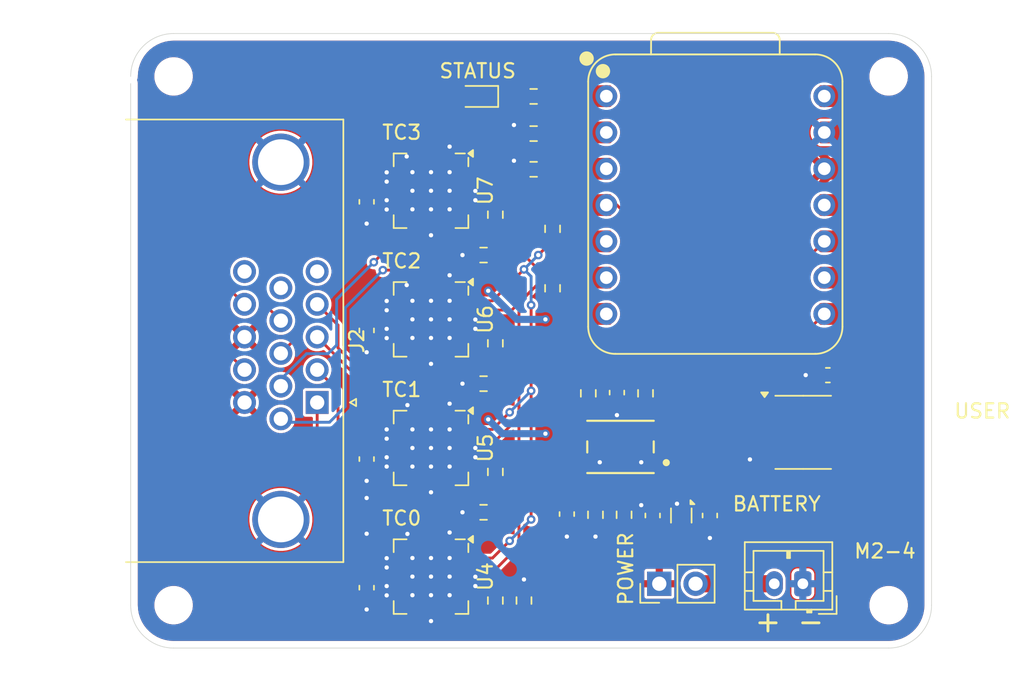
<source format=kicad_pcb>
(kicad_pcb (version 20241229) (generator "pcbnew") (generator_version "9.0")
  (layers (0 "F.Cu" signal) (2 "B.Cu" signal) (13 "F.Paste" user) (15 "B.Paste" user) (5 "F.SilkS" user "F.Silkscreen") (7 "B.SilkS" user "B.Silkscreen") (1 "F.Mask" user) (3 "B.Mask" user) (25 "Edge.Cuts" user))
  (net 0 "")
  (net 1 "Net-(BT1--)")
  (net 2 "GND")
  (net 3 "+3V3")
  (net 4 "/BATT_MEAS")
  (net 5 "+BATT")
  (net 6 "Net-(D1-K)")
  (net 7 "/TC2-")
  (net 8 "/TC1+")
  (net 9 "/NTC0-")
  (net 10 "/TC0-")
  (net 11 "/Thermocouple1/I2C_ADDR")
  (net 12 "/Thermocouple2/I2C_ADDR")
  (net 13 "/Thermocouple3/I2C_ADDR")
  (net 14 "/I2C_SCL")
  (net 15 "/I2C_SDA")
  (net 16 "/FLASH_DO")
  (net 17 "/FLASH_CS")
  (net 18 "/FLASH_DI")
  (net 19 "/FLASH_CLK")
  (net 20 "/Thermocouple1/ALERT_2")
  (net 21 "/Thermocouple1/ALERT_3")
  (net 22 "/Thermocouple1/ALERT_1")
  (net 23 "/Thermocouple1/ALERT_4")
  (net 24 "/Thermocouple2/ALERT_3")
  (net 25 "/Thermocouple2/ALERT_2")
  (net 26 "/Thermocouple2/ALERT_1")
  (net 27 "/Thermocouple2/ALERT_4")
  (net 28 "/Thermocouple3/ALERT_2")
  (net 29 "/Thermocouple3/ALERT_4")
  (net 30 "/Thermocouple3/ALERT_3")
  (net 31 "/Thermocouple3/ALERT_1")
  (net 32 "/TC3-")
  (net 33 "/TC0+")
  (net 34 "/Thermocouple0/I2C_ADDR")
  (net 37 "/Thermocouple0/ALERT_4")
  (net 38 "/Thermocouple0/ALERT_3")
  (net 39 "/Thermocouple0/ALERT_2")
  (net 40 "/Thermocouple0/ALERT_1")
  (net 41 "/BUTTON")
  (net 42 "/TC2+")
  (net 43 "/TC3+")
  (net 44 "/NTC1-")
  (net 45 "/TC1-")
  (net 46 "Net-(U1-GPIO2{slash}A0{slash}D0)")
  (net 50 "Net-(R17-Pad1)")
  (footprint "Capacitor_SMD:C_0603_1608Metric" (layer "F.Cu") (at 89.5 71.625 -90)
    (property "Reference" "C1" (hide yes))
    (property "Value" "1u")
  )
  (footprint "Capacitor_SMD:C_0603_1608Metric" (layer "F.Cu") (at 75.5 49.775 -90)
    (property "Reference" "C8" (hide yes))
    (property "Value" "1u")
  )
  (footprint "Connector_JST:JST_PH_B2B-PH-K_1x02_P2.00mm_Vertical" (layer "F.Cu") (at 106 76.5 180)
    (property "Reference" "BT1" (hide yes))
    (property "Value" "3.7V")
  )
  (footprint "Package_DFN_QFN:TQFN-20-1EP_5x5mm_P0.65mm_EP3.25x3.25mm" (layer "F.Cu") (at 80 49 -90)
    (property "Reference" "U7")
    (property "Value" "MCP96RL00T-E_MX")
  )
  (footprint "Resistor_SMD:R_0603_1608Metric" (layer "F.Cu") (at 87.175 42.4)
    (property "Reference" "R16" (hide yes))
    (property "Value" "270")
  )
  (footprint "Seeed Studio XIAO Series Library:XIAO-ESP32C3-DIP" (layer "F.Cu") (at 100 50)
    (property "Reference" "U1" (hide yes))
    (property "Value" "XIAO-ESP32-C3-DIP")
  )
  (footprint "Resistor_SMD:R_0603_1608Metric" (layer "F.Cu") (at 83.675 62.5)
    (property "Reference" "R10" (hide yes))
    (property "Value" "4.3k")
  )
  (footprint "MountingHole:MountingHole_2.2mm_M2" (layer "F.Cu") (at 62 78)
    (property "Reference" "REF**" (hide yes))
    (property "Value" "MountingHole_2.2mm_M2")
  )
  (footprint "Resistor_SMD:R_0603_1608Metric" (layer "F.Cu") (at 84.5 59.675 90)
    (property "Reference" "R9" (hide yes))
    (property "Value" "10k")
  )
  (footprint "Resistor_SMD:R_0603_1608Metric" (layer "F.Cu") (at 87.175 47.5 180)
    (property "Reference" "R14" (hide yes))
    (property "Value" "10k")
  )
  (footprint "Capacitor_SMD:C_0603_1608Metric" (layer "F.Cu") (at 75.5 67.775 -90)
    (property "Reference" "C6" (hide yes))
    (property "Value" "1u")
  )
  (footprint "Capacitor_SMD:C_0603_1608Metric" (layer "F.Cu") (at 75.5 76.775 -90)
    (property "Reference" "C5" (hide yes))
    (property "Value" "1u")
  )
  (footprint "MountingHole:MountingHole_2.2mm_M2" (layer "F.Cu") (at 62 41)
    (property "Reference" "REF**" (hide yes))
    (property "Value" "MountingHole_2.2mm_M2")
  )
  (footprint "Package_DFN_QFN:TQFN-20-1EP_5x5mm_P0.65mm_EP3.25x3.25mm" (layer "F.Cu") (at 80 58 -90)
    (property "Reference" "U6")
    (property "Value" "MCP96RL00T-E_MX")
  )
  (footprint "Package_DFN_QFN:OnSemi_XDFN4-1EP_1.0x1.0mm_EP0.52x0.52mm" (layer "F.Cu") (at 97.5 71.725 -90)
    (property "Reference" "U2" (hide yes))
    (property "Value" "NCP177AMX330TCG")
  )
  (footprint "Resistor_SMD:R_0603_1608Metric" (layer "F.Cu") (at 88.5 51.665 -90)
    (property "Reference" "R2" (hide yes))
    (property "Value" "4.7k")
  )
  (footprint "Resistor_SMD:R_0603_1608Metric" (layer "F.Cu") (at 84.5 77.675 90)
    (property "Reference" "R5" (hide yes))
    (property "Value" "DNP")
  )
  (footprint "Resistor_SMD:R_0603_1608Metric" (layer "F.Cu") (at 95 63.175002 90)
    (property "Reference" "R15" (hide yes))
    (property "Value" "10k")
  )
  (footprint "Connector_PinHeader_2.54mm:PinHeader_1x02_P2.54mm_Vertical" (layer "F.Cu") (at 95.96 76.5 90)
    (property "Reference" "J1" (hide yes))
    (property "Value" "2.54mm 01x02 header")
  )
  (footprint "Resistor_SMD:R_0603_1608Metric" (layer "F.Cu") (at 91.5 71.675 -90)
    (property "Reference" "R4" (hide yes))
    (property "Value" "10k")
  )
  (footprint "LED_SMD:LED_0603_1608Metric" (layer "F.Cu") (at 83.2125 42.4 180)
    (property "Reference" "D1" (hide yes))
    (property "Value" "B1911USD")
  )
  (footprint "PTS815_SJM_250_SMTR_LFS:SW_Push_PTS815_SJM_250_SMTR_LFS" (layer "F.Cu") (at 93.249999 66.925001 180)
    (property "Reference" "SW2" (hide yes))
    (property "Value" "PTS815")
  )
  (footprint "Resistor_SMD:R_0603_1608Metric" (layer "F.Cu") (at 93.5 71.675 90)
    (property "Reference" "R3" (hide yes))
    (property "Value" "10k")
  )
  (footprint "MountingHole:MountingHole_2.2mm_M2" (layer "F.Cu") (at 112 41)
    (property "Reference" "REF**" (hide yes))
    (property "Value" "MountingHole_2.2mm_M2")
  )
  (footprint "Package_DFN_QFN:TQFN-20-1EP_5x5mm_P0.65mm_EP3.25x3.25mm" (layer "F.Cu") (at 80 67 -90)
    (property "Reference" "U5")
    (property "Value" "MCP96RL00T-E_MX")
  )
  (footprint "Resistor_SMD:R_0603_1608Metric" (layer "F.Cu") (at 91 63.175002 90)
    (property "Reference" "R17" (hide yes))
    (property "Value" "2.2k")
  )
  (footprint "Resistor_SMD:R_0603_1608Metric" (layer "F.Cu") (at 86.5 77.675 -90)
    (property "Reference" "R6" (hide yes))
    (property "Value" "0")
  )
  (footprint "Package_DFN_QFN:TQFN-20-1EP_5x5mm_P0.65mm_EP3.25x3.25mm" (layer "F.Cu") (at 80 76 -90)
    (property "Reference" "U4")
    (property "Value" "MCP96RL00T-E_MX")
  )
  (footprint "Resistor_SMD:R_0603_1608Metric" (layer "F.Cu") (at 88.5 55.825 90)
    (property "Reference" "R1" (hide yes))
    (property "Value" "4.7k")
  )
  (footprint "Capacitor_SMD:C_0603_1608Metric" (layer "F.Cu") (at 93 63.125002 -90)
    (property "Reference" "C9" (hide yes))
    (property "Value" "1u")
  )
  (footprint "Capacitor_SMD:C_0603_1608Metric" (layer "F.Cu") (at 95.5 71.725 90)
    (property "Reference" "C2" (hide yes))
    (property "Value" "1u")
  )
  (footprint "Package_SO:SOIC-8_3.9x4.9mm_P1.27mm" (layer "F.Cu") (at 106.025 65.905)
    (property "Reference" "U3" (hide yes))
    (property "Value" "W25X40CLSN")
  )
  (footprint "Resistor_SMD:R_0603_1608Metric" (layer "F.Cu") (at 87.175 45 180)
    (property "Reference" "R13" (hide yes))
    (property "Value" "10k")
  )
  (footprint "Capacitor_SMD:C_0603_1608Metric" (layer "F.Cu") (at 107.75 61.905 180)
    (property "Reference" "C4" (hide yes))
    (property "Value" "1u")
  )
  (footprint "Connector_Dsub:DSUB-15-HD_Socket_Horizontal_P2.29x2.54mm_EdgePinOffset8.35mm_Housed_MountingHolesOffset10.89mm" (layer "F.Cu") (at 72.04 63.815 -90)
    (property "Reference" "J2")
    (property "Value" "DE15 Socket")
  )
  (footprint "MountingHole:MountingHole_2.2mm_M2" (layer "F.Cu") (at 112 78)
    (property "Reference" "REF**" (hide yes))
    (property "Value" "MountingHole_2.2mm_M2")
  )
  (footprint "Capacitor_SMD:C_0603_1608Metric" (layer "F.Cu") (at 99.5 71.725 -90)
    (property "Reference" "C3" (hide yes))
    (property "Value" "1u")
  )
  (footprint "Resistor_SMD:R_0603_1608Metric" (layer "F.Cu") (at 83.675 71.5)
    (property "Reference" "R8" (hide yes))
    (property "Value" "2.2k")
  )
  (footprint "Resistor_SMD:R_0603_1608Metric" (layer "F.Cu") (at 83.675 53.5)
    (property "Reference" "R12" (hide yes))
    (property "Value" "7.5k")
  )
  (footprint "Resistor_SMD:R_0603_1608Metric" (layer "F.Cu") (at 84.5 50.675 90)
    (property "Reference" "R11" (hide yes))
    (property "Value" "10k")
  )
  (footprint "Resistor_SMD:R_0603_1608Metric" (layer "F.Cu") (at 84.5 68.675 90)
    (property "Reference" "R7" (hide yes))
    (property "Value" "10k")
  )
  (footprint "Capacitor_SMD:C_0603_1608Metric" (layer "F.Cu") (at 75.5 58.775 -90)
    (property "Reference" "C7" (hide yes))
    (property "Value" "1u")
  )
  (gr_line (start 115 41) (end 115 78) (stroke (width 0.05)) (layer "Edge.Cuts"))
  (gr_line (start 62 38) (end 112 38) (stroke (width 0.05)) (layer "Edge.Cuts"))
  (gr_arc (start 59 41) (mid 59.87868 38.87868) (end 62 38) (stroke (width 0.05)) (layer "Edge.Cuts"))
  (gr_arc (start 62 81) (mid 59.87868 80.12132) (end 59 78) (stroke (width 0.05)) (layer "Edge.Cuts"))
  (gr_arc (start 115 78) (mid 114.12132 80.12132) (end 112 81) (stroke (width 0.05)) (layer "Edge.Cuts"))
  (gr_arc (start 112 38) (mid 114.12132 38.87868) (end 115 41) (stroke (width 0.05)) (layer "Edge.Cuts"))
  (gr_line (start 112 81) (end 62 81) (stroke (width 0.05)) (layer "Edge.Cuts"))
  (gr_line (start 59 78) (end 59 41.5) (stroke (width 0.05)) (layer "Edge.Cuts"))
  (gr_text "TC0" (at 76.5 72.5 0) (layer "F.SilkS") (effects (font (size 1 1)) (justify left bottom)))
  (gr_text "USER" (at 116.5 65 0) (layer "F.SilkS") (effects (font (size 1 1)) (justify left bottom)))
  (gr_text "STATUS" (at 80.5 41.2 0) (layer "F.SilkS") (effects (font (size 1 1)) (justify left bottom)))
  (gr_text "M2-4" (at 109.5 74.8 0) (layer "F.SilkS") (effects (font (size 1 1)) (justify left bottom)))
  (gr_text "POWER" (at 94.2 78.1 90) (layer "F.SilkS") (effects (font (size 1 1)) (justify left bottom)))
  (gr_text "TC3" (at 76.5 45.5 0) (layer "F.SilkS") (effects (font (size 1 1)) (justify left bottom)))
  (gr_text "+ -" (at 102.5 80 0) (layer "F.SilkS") (effects (font (size 1.5 1.5) (thickness 0.2)) (justify left bottom)))
  (gr_text "TC1" (at 76.5 63.5 0) (layer "F.SilkS") (effects (font (size 1 1)) (justify left bottom)))
  (gr_text "BATTERY" (at 101 71.5 0) (layer "F.SilkS") (effects (font (size 1 1)) (justify left bottom)))
  (gr_text "TC2" (at 76.5 54.5 0) (layer "F.SilkS") (effects (font (size 1 1)) (justify left bottom)))
  (segment (start 98.5 76.5) (end 104 76.5) (width 1.2) (layer "F.Cu") (net 1))
  (segment (start 77.5625 58.6625) (end 76.9 58.6625) (width 0.2) (layer "F.Cu") (net 2))
  (segment (start 75.5 77.55) (end 75.5 78.3) (width 0.2) (layer "F.Cu") (net 2))
  (segment (start 79.7 76) (end 78.4 77.3) (width 0.2) (layer "F.Cu") (net 2))
  (segment (start 80 46.5625) (end 80 49) (width 0.2) (layer "F.Cu") (net 2))
  (segment (start 93 63.900002) (end 93 64.7) (width 0.2) (layer "F.Cu") (net 2))
  (segment (start 81.3 56.7) (end 80 58) (width 0.2) (layer "F.Cu") (net 2))
  (segment (start 77.5625 66.35) (end 79.35 66.35) (width 0.2) (layer "F.Cu") (net 2))
  (segment (start 82.4375 76.65) (end 80.65 76.65) (width 0.2) (layer "F.Cu") (net 2))
  (segment (start 77.5625 47.7125) (end 76.9 47.7125) (width 0.2) (layer "F.Cu") (net 2))
  (segment (start 82.4375 58.65) (end 80.65 58.65) (width 0.2) (layer "F.Cu") (net 2))
  (segment (start 81.3 46.575) (end 81.3 45.9125) (width 0.2) (layer "F.Cu") (net 2))
  (segment (start 75.5 59.55) (end 75.5 60.3) (width 0.2) (layer "F.Cu") (net 2))
  (segment (start 81.3 55.5625) (end 81.3 56.7) (width 0.2) (layer "F.Cu") (net 2))
  (segment (start 77.5625 67.65) (end 79.35 67.65) (width 0.2) (layer "F.Cu") (net 2))
  (segment (start 97.175 70.925) (end 97.2 70.9) (width 0.5) (layer "F.Cu") (net 2))
  (segment (start 95.45 71) (end 95.5 70.95) (width 0.5) (layer "F.Cu") (net 2))
  (segment (start 106.205 61.905) (end 106.2 61.9) (width 0.5) (layer "F.Cu") (net 2))
  (segment (start 78.7 74.7) (end 77.5625 74.7) (width 0.2) (layer "F.Cu") (net 2))
  (segment (start 82.4375 49.65) (end 80.65 49.65) (width 0.2) (layer "F.Cu") (net 2))
  (segment (start 82.4375 67.65) (end 83.1 67.65) (width 0.2) (layer "F.Cu") (net 2))
  (segment (start 78.7 64.5625) (end 78.7 65.7) (width 0.2) (layer "F.Cu") (net 2))
  (segment (start 75.5 50.55) (end 75.5 51.3) (width 0.2) (layer "F.Cu") (net 2))
  (segment (start 80 69.4375) (end 80 70.1) (width 0.2) (layer "F.Cu") (net 2))
  (segment (start 80.65 76.65) (end 80 76) (width 0.2) (layer "F.Cu") (net 2))
  (segment (start 78.7 56.7) (end 80 58) (width 0.2) (layer "F.Cu") (net 2))
  (segment (start 82.4375 67) (end 81.375 67) (width 0.2) (layer "F.Cu") (net 2))
  (segment (start 99.5 72.5) (end 99.5 73.3) (width 0.5) (layer "F.Cu") (net 2))
  (segment (start 79.35 58.65) (end 80 58) (width 0.2) (layer "F.Cu") (net 2))
  (segment (start 82.85 71.5) (end 82.2 71.5) (width 0.2) (layer "F.Cu") (net 2))
  (segment (start 78.675 46.6) (end 78.7 46.575) (width 0.2) (layer "F.Cu") (net 2))
  (segment (start 95.5 68) (end 94.7 68) (width 0.2) (layer "F.Cu") (net 2))
  (segment (start 82.4375 67.65) (end 80.65 67.65) (width 0.2) (layer "F.Cu") (net 2))
  (segment (start 91.8 68) (end 90.999998 68) (width 0.2) (layer "F.Cu") (net 2))
  (segment (start 80.65 58.65) (end 80 58) (width 0.2) (layer "F.Cu") (net 2))
  (segment (start 77.5625 49.6625) (end 76.9 49.6625) (width 0.2) (layer "F.Cu") (net 2))
  (segment (start 77.5625 57.3625) (end 76.9 57.3625) (width 0.2) (layer "F.Cu") (net 2))
  (segment (start 82.4375 76.0125) (end 83.1 76.0125) (width 0.2) (layer "F.Cu") (net 2))
  (segment (start 79.35 76.65) (end 77.5625 76.65) (width 0.2) (layer "F.Cu") (net 2))
  (segment (start 97.5 71.725) (end 97.175 71.4) (width 0.5) (layer "F.Cu") (net 2))
  (segment (start 82.4375 58.0125) (end 83.1 58.0125) (width 0.2) (layer "F.Cu") (net 2))
  (segment (start 79.35 57.35) (end 80 58) (width 0.2) (layer "F.Cu") (net 2))
  (segment (start 80 76) (end 79.35 75.35) (width 0.2) (layer "F.Cu") (net 2))
  (segment (start 77.5625 75.3625) (end 76.9 75.3625) (width 0.2) (layer "F.Cu") (net 2))
  (segment (start 78.3 46.6) (end 78.675 46.6) (width 0.2) (layer "F.Cu") (net 2))
  (segment (start 77.5625 50.3) (end 78.7 50.3) (width 0.2) (layer "F.Cu") (net 2))
  (segment (start 82.85 62.5) (end 82.2 62.5) (width 0.2) (layer "F.Cu") (net 2))
  (segment (start 81.3 74.7) (end 80 76) (width 0.2) (layer "F.Cu") (net 2))
  (segment (start 102.31 67.81) (end 102.3 67.8) (width 0.5) (layer "F.Cu") (net 2))
  (segment (start 77.5625 48.3625) (end 76.9 48.3625) (width 0.2) (layer "F.Cu") (net 2))
  (segment (start 80 51.4375) (end 80 50.375) (width 0.2) (layer "F.Cu") (net 2))
  (segment (start 77.5625 56.7) (end 78.7 56.7) (width 0.2) (layer "F.Cu") (net 2))
  (segment (start 78.55 65.7) (end 78.625 65.625) (width 0.2) (layer "F.Cu") (net 2))
  (segment (start 82.4375 76.6625) (end 83.1 76.6625) (width 0.2) (layer "F.Cu") (net 2))
  (segment (start 89.5 72.4) (end 89.5 73.2) (width 0.5) (layer "F.Cu") (net 2))
  (segment (start 77.5625 50.3125) (end 76.9 50.3125) (width 0.2) (layer "F.Cu") (net 2))
  (segment (start 80 76) (end 79.7 76) (width 0.2) (layer "F.Cu") (net 2))
  (segment (start 80 64.5625) (end 80 65.625) (width 0.2) (layer "F.Cu") (net 2))
  (segment (start 81.3 55.575) (end 81.3 54.9125) (width 0.2) (layer "F.Cu") (net 2))
  (segment (start 77.5625 59.3) (end 78.7 59.3) (width 0.2) (layer "F.Cu") (net 2))
  (segment (start 80 76) (end 80 78.4375) (width 0.2) (layer "F.Cu") (net 2))
  (segment (start 78.55 68.3) (end 78.625 68.375) (width 0.2) (layer "F.Cu") (net 2))
  (segment (start 81.3 64.5625) (end 81.3 65.7) (width 0.2) (layer "F.Cu") (net 2))
  (segment (start 82.4375 49.0125) (end 83.1 49.0125) (width 0.2) (layer "F.Cu") (net 2))
  (segment (start 77.5625 74.7125) (end 76.9 74.7125) (width 0.2) (layer "F.Cu") (net 2))
  (segment (start 86.5 76.85) (end 86.5 76.2) (width 0.2) (layer "F.Cu") (net 2))
  (segment (start 82.4375 58) (end 80 58) (width 0.2) (layer "F.Cu") (net 2))
  (segment (start 78.7 55.5625) (end 78.7 56.7) (width 0.2) (layer "F.Cu") (net 2))
  (segment (start 81.3 73.5625) (end 81.3 74.7) (width 0.2) (layer "F.Cu") (net 2))
  (segment (start 82.85 53.5) (end 82.2 53.5) (width 0.2) (layer "F.Cu") (net 2))
  (segment (start 77.5625 48.35) (end 79.35 48.35) (width 0.2) (layer "F.Cu") (net 2))
  (segment (start 78.4 77.3) (end 77.5625 77.3) (width 0.2) (layer "F.Cu") (net 2))
  (segment (start 80 69.4375) (end 80 68.375) (width 0.2) (layer "F.Cu") (net 2))
  (segment (start 77.5625 49.65) (end 79.35 49.65) (width 0.2) (layer "F.Cu") (net 2))
  (segment (start 77.5625 56.7125) (end 76.9 56.7125) (width 0.2) (layer "F.Cu") (net 2))
  (segment (start 79.35 75.35) (end 77.5625 75.35) (width 0.2) (layer "F.Cu") (net 2))
  (segment (start 94.7 71) (end 95.45 71) (width 0.5) (layer "F.Cu") (net 2))
  (segment (start 81.3 65.7) (end 80 67) (width 0.2) (layer "F.Cu") (net 2))
  (segment (start 103.55 67.81) (end 102.31 67.81) (width 0.5) (layer "F.Cu") (net 2))
  (segment (start 77.5625 65.7) (end 76.9 65.7) (width 0.2) (layer "F.Cu") (net 2))
  (segment (start 80 55.5625) (end 80 58) (width 0.2) (layer "F.Cu") (net 2))
  (segment (start 80 73.5625) (end 80 76) (width 0.2) (layer "F.Cu") (net 2))
  (segment (start 82.4375 67) (end 83.1 67) (width 0.2) (layer "F.Cu") (net 2))
  (segment (start 79.35 66.35) (end 80 67) (width 0.2) (layer "F.Cu") (net 2))
  (segment (start 86.35 45) (end 86.35 44.95) (width 0.2) (layer "F.Cu") (net 2))
  (segment (start 77.5625 57.35) (end 79.35 57.35) (width 0.2) (layer "F.Cu") (net 2))
  (segment (start 80 78.45) (end 80 79.1125) (width 0.2) (layer "F.Cu") (net 2))
  (segment (start 78.7 64.34853) (end 78.350735 63.999265) (width 0.2) (layer "F.Cu") (net 2))
  (segment (start 86.35 47.5) (end 86.35 47.45) (width 0.2) (layer "F.Cu") (net 2))
  (segment (start 77.5625 68.3) (end 76.9 68.3) (width 0.2) (layer "F.Cu") (net 2))
  (segment (start 80.65 67.65) (end 80 67) (width 0.2) (layer "F.Cu") (net 2))
  (segment (start 78.7 59.3) (end 80 58) (width 0.2) (layer "F.Cu") (net 2))
  (segment (start 80 60.45) (end 80 61.1125) (width 0.2) (layer "F.Cu") (net 2))
  (segment (start 77.5625 59.3125) (end 76.9 59.3125) (width 0.2) (layer "F.Cu") (net 2))
  (segment (start 81.3 64.5625) (end 81.3 63.9) (width 0.2) (layer "F.Cu") (net 2))
  (segment (start 77.5625 66.35) (end 76.9 66.35) (width 0.2) (layer "F.Cu") (net 2))
  (segment (start 82.4375 49) (end 81.3 49) (width 0.2) (layer "F.Cu") (net 2))
  (segment (start 78.7 65.7) (end 80 67) (width 0.2) (layer "F.Cu") (net 2))
  (segment (start 79.35 67.65) (end 80 67) (width 0.2) (layer "F.Cu") (net 2))
  (segment (start 82.4375 76) (end 80 76) (width 0.2) (layer "F.Cu") (net 2))
  (segment (start 81.3 73.575) (end 81.3 72.9125) (width 0.2) (layer "F.Cu") (net 2))
  (segment (start 80 51.45) (end 80 52.1125) (width 0.2) (layer "F.Cu") (net 2))
  (segment (start 82.4375 49.6625) (end 83.1 49.6625) (width 0.2) (layer "F.Cu") (net 2))
  (segment (start 78.3 55.6) (end 78.675 55.6) (width 0.2) (layer "F.Cu") (net 2))
  (segment (start 91.5 72.5) (end 91.5 73.2) (width 0.5) (layer "F.Cu") (net 2))
  (segment (start 80 76) (end 79.35 76.65) (width 0.2) (layer "F.Cu") (net 2))
  (segment (start 77.5625 76.6625) (end 76.9 76.6625) (width 0.2) (layer "F.Cu") (net 2))
  (segment (start 77.5625 47.7) (end 78.7 47.7) (width 0.2) (layer "F.Cu") (net 2))
  (segment (start 77.5625 65.7) (end 78.55 65.7) (width 0.2) (layer "F.Cu") (net 2))
  (segment (start 78.7 46.5625) (end 78.7 47.7) (width 0.2) (layer "F.Cu") (net 2))
  (segment (start 106.975 61.905) (end 106.205 61.905) (width 0.5) (layer "F.Cu") (net 2))
  (segment (start 81.3 46.5625) (end 81.3 47.7) (width 0.2) (layer "F.Cu") (net 2))
  (segment (start 78.7 73.36103) (end 78.350735 73.011765) (width 0.2) (layer "F.Cu") (net 2))
  (segment (start 75.5 68.55) (end 75.5 69.3) (width 0.2) (layer "F.Cu") (net 2))
  (segment (start 80 76) (end 78.7 74.7) (width 0.2) (layer "F.Cu") (net 2))
  (segment (start 78.7 64.5625) (end 78.7 64.34853) (width 0.2) (layer "F.Cu") (net 2))
  (segment (start 77.5625 58.65) (end 79.35 58.65) (width 0.2) (layer "F.Cu") (net 2))
  (segment (start 97.175 71.4) (end 97.175 71.24) (width 0.5) (layer "F.Cu") (net 2))
  (segment (start 86.35 47.45) (end 85.8 46.9) (width 0.2) (layer "F.Cu") (net 2))
  (segment (start 86.35 44.95) (end 85.8 44.4) (width 0.2) (layer "F.Cu") (net 2))
  (segment (start 77.5625 67.65) (end 76.9 67.65) (width 0.2) (layer "F.Cu") (net 2))
  (segment (start 80 60.4375) (end 80 58) (width 0.2) (layer "F.Cu") (net 2))
  (segment (start 78.7 73.575) (end 78.7 73.36103) (width 0.2) (layer "F.Cu") (net 2))
  (segment (start 97.175 71.24) (end 97.175 70.925) (width 0.5) (layer "F.Cu") (net 2))
  (segment (start 77.5625 77.3125) (end 76.9 77.3125) (width 0.2) (layer "F.Cu") (net 2))
  (segment (start 82.4375 58.6625) (end 83.1 58.6625) (width 0.2) (layer "F.Cu") (net 2))
  (segment (start 77.5625 68.3) (end 78.55 68.3) (width 0.2) (layer "F.Cu") (net 2))
  (segment (start 78.7 74.7) (end 78.7 73.5625) (width 0.2) (layer "F.Cu") (net 2))
  (segment (start 78.675 55.6) (end 78.7 55.575) (width 0.2) (layer "F.Cu") (net 2))
  (via (at 99.5 73.3) (size 0.6) (drill 0.3) (layers "F.Cu" "B.Cu") (net 2))
  (via (at 86.5 76.2) (size 0.6) (drill 0.3) (layers "F.Cu" "B.Cu") (net 2))
  (via (at 82.2 53.5) (size 0.6) (drill 0.3) (layers "F.Cu" "B.Cu") (net 2))
  (via (at 83.1 58.6625) (size 0.6) (drill 0.3) (layers "F.Cu" "B.Cu") (net 2))
  (via (at 81.3 59.3) (size 0.6) (drill 0.3) (layers "F.Cu" "B.Cu") (net 2))
  (via (at 81.3 77.3) (size 0.6) (drill 0.3) (layers "F.Cu" "B.Cu") (net 2))
  (via (at 78.350735 63.999265) (size 0.6) (drill 0.3) (layers "F.Cu" "B.Cu") (net 2))
  (via (at 81.3 74.7) (size 0.6) (drill 0.3) (layers "F.Cu" "B.Cu") (net 2))
  (via (at 76.9 58.6625) (size 0.6) (drill 0.3) (layers "F.Cu" "B.Cu") (net 2))
  (via (at 76.9 47.7125) (size 0.6) (drill 0.3) (layers "F.Cu" "B.Cu") (net 2))
  (via (at 81.3 63.9) (size 0.6) (drill 0.3) (layers "F.Cu" "B.Cu") (net 2))
  (via (at 94.7 68) (size 0.6) (drill 0.3) (layers "F.Cu" "B.Cu") (net 2))
  (via (at 80 49) (size 0.6) (drill 0.3) (layers "F.Cu" "B.Cu") (net 2))
  (via (at 78.7 58) (size 0.6) (drill 0.3) (layers "F.Cu" "B.Cu") (net 2))
  (via (at 76.9 49.6625) (size 0.6) (drill 0.3) (layers "F.Cu" "B.Cu") (net 2))
  (via (at 78.7 74.7) (size 0.6) (drill 0.3) (layers "F.Cu" "B.Cu") (net 2))
  (via (at 81.3 76) (size 0.6) (drill 0.3) (layers "F.Cu" "B.Cu") (net 2))
  (via (at 81.3 45.9125) (size 0.6) (drill 0.3) (layers "F.Cu" "B.Cu") (net 2))
  (via (at 81.3 65.7) (size 0.6) (drill 0.3) (layers "F.Cu" "B.Cu") (net 2))
  (via (at 81.3 67) (size 0.6) (drill 0.3) (layers "F.Cu" "B.Cu") (net 2))
  (via (at 76.9 77.3125) (size 0.6) (drill 0.3) (layers "F.Cu" "B.Cu") (net 2))
  (via (at 83.1 49.6625) (size 0.6) (drill 0.3) (layers "F.Cu" "B.Cu") (net 2))
  (via (at 80 70.1) (size 0.6) (drill 0.3) (layers "F.Cu" "B.Cu") (net 2))
  (via (at 81.3 56.7) (size 0.6) (drill 0.3) (layers "F.Cu" "B.Cu") (net 2))
  (via (at 89.5 73.2) (size 0.6) (drill 0.3) (layers "F.Cu" "B.Cu") (net 2))
  (via (at 75.5 69.3) (size 0.6) (drill 0.3) (layers "F.Cu" "B.Cu") (net 2))
  (via (at 80 79.1125) (size 0.6) (drill 0.3) (layers "F.Cu" "B.Cu") (net 2))
  (via (at 78.3 55.6) (size 0.6) (drill 0.3) (layers "F.Cu" "B.Cu") (net 2))
  (via (at 78.7 65.7) (size 0.6) (drill 0.3) (layers "F.Cu" "B.Cu") (net 2))
  (via (at 76.9 48.3625) (size 0.6) (drill 0.3) (layers "F.Cu" "B.Cu") (net 2))
  (via (at 102.3 67.8) (size 0.6) (drill 0.3) (layers "F.Cu" "B.Cu") (net 2))
  (via (at 76.9 67.65) (size 0.6) (drill 0.3) (layers "F.Cu" "B.Cu") (net 2))
  (via (at 81.3 50.3) (size 0.6) (drill 0.3) (layers "F.Cu" "B.Cu") (net 2))
  (via (at 81.3 49) (size 0.6) (drill 0.3) (layers "F.Cu" "B.Cu") (net 2))
  (via (at 75.5 78.3) (size 0.6) (drill 0.3) (layers "F.Cu" "B.Cu") (net 2))
  (via (at 83.1 67.65) (size 0.6) (drill 0.3) (layers "F.Cu" "B.Cu") (net 2))
  (via (at 80 52.1125) (size 0.6) (drill 0.3) (layers "F.Cu" "B.Cu") (net 2))
  (via (at 83.1 49.0125) (size 0.6) (drill 0.3) (layers "F.Cu" "B.Cu") (net 2))
  (via (at 91.5 73.2) (size 0.6) (drill 0.3) (layers "F.Cu" "B.Cu") (net 2))
  (via (at 82.2 71.5) (size 0.6) (drill 0.3) (layers "F.Cu" "B.Cu") (net 2))
  (via (at 80 61.1125) (size 0.6) (drill 0.3) (layers "F.Cu" "B.Cu") (net 2))
  (via (at 80 47.7) (size 0.6) (drill 0.3) (layers "F.Cu" "B.Cu") (net 2))
  (via (at 83.1 76.0125) (size 0.6) (drill 0.3) (layers "F.Cu" "B.Cu") (net 2))
  (via (at 94.7 71) (size 0.6) (drill 0.3) (layers "F.Cu" "B.Cu") (net 2))
  (via (at 78.7 77.3) (size 0.6) (drill 0.3) (layers "F.Cu" "B.Cu") (net 2))
  (via (at 81.3 72.9125) (size 0.6) (drill 0.3) (layers "F.Cu" "B.Cu") (net 2))
  (via (at 76.9 50.3125) (size 0.6) (drill 0.3) (layers "F.Cu" "B.Cu") (net 2))
  (via (at 80 68.3) (size 0.6) (drill 0.3) (layers "F.Cu" "B.Cu") (net 2))
  (via (at 80 76) (size 0.6) (drill 0.3) (layers "F.Cu" "B.Cu") (net 2))
  (via (at 81.3 54.9125) (size 0.6) (drill 0.3) (layers "F.Cu" "B.Cu") (net 2))
  (via (at 81.3 58) (size 0.6) (drill 0.3) (layers "F.Cu" "B.Cu") (net 2))
  (via (at 76.9 56.7125) (size 0.6) (drill 0.3) (layers "F.Cu" "B.Cu") (net 2))
  (via (at 78.7 49) (size 0.6) (drill 0.3) (layers "F.Cu" "B.Cu") (net 2))
  (via (at 78.7 47.7) (size 0.6) (drill 0.3) (layers "F.Cu" "B.Cu") (net 2))
  (via (at 93 64.7) (size 0.6) (drill 0.3) (layers "F.Cu" "B.Cu") (net 2))
  (via (at 75.5 51.3) (size 0.6) (drill 0.3) (layers "F.Cu" "B.Cu") (net 2))
  (via (at 78.7 67) (size 0.6) (drill 0.3) (layers "F.Cu" "B.Cu") (net 2))
  (via (at 76.9 74.7125) (size 0.6) (drill 0.3) (layers "F.Cu" "B.Cu") (net 2))
  (via (at 81.3 47.7) (size 0.6) (drill 0.3) (layers "F.Cu" "B.Cu") (net 2))
  (via (at 78.7 59.3) (size 0.6) (drill 0.3) (layers "F.Cu" "B.Cu") (net 2))
  (via (at 82.2 62.5) (size 0.6) (drill 0.3) (layers "F.Cu" "B.Cu") (net 2))
  (via (at 78.350735 73.011765) (size 0.6) (drill 0.3) (layers "F.Cu" "B.Cu") (net 2))
  (via (at 81.3 68.3) (size 0.6) (drill 0.3) (layers "F.Cu" "B.Cu") (net 2))
  (via (at 78.7 56.7) (size 0.6) (drill 0.3) (layers "F.Cu" "B.Cu") (net 2))
  (via (at 91.8 68) (size 0.6) (drill 0.3) (layers "F.Cu" "B.Cu") (net 2))
  (via (at 76.9 76.6625) (size 0.6) (drill 0.3) (layers "F.Cu" "B.Cu") (net 2))
  (via (at 78.7 50.3) (size 0.6) (drill 0.3) (layers "F.Cu" "B.Cu") (net 2))
  (via (at 78.7 76) (size 0.6) (drill 0.3) (layers "F.Cu" "B.Cu") (net 2))
  (via (at 85.8 46.9) (size 0.6) (drill 0.3) (layers "F.Cu" "B.Cu") (net 2))
  (via (at 76.9 57.3625) (size 0.6) (drill 0.3) (layers "F.Cu" "B.Cu") (net 2))
  (via (at 75.5 60.3) (size 0.6) (drill 0.3) (layers "F.Cu" "B.Cu") (net 2))
  (via (at 76.9 68.3) (size 0.6) (drill 0.3) (layers "F.Cu" "B.Cu") (net 2))
  (via (at 76.9 59.3125) (size 0.6) (drill 0.3) (layers "F.Cu" "B.Cu") (net 2))
  (via (at 80 77.3) (size 0.6) (drill 0.3) (layers "F.Cu" "B.Cu") (net 2))
  (via (at 85.8 44.4) (size 0.6) (drill 0.3) (layers "F.Cu" "B.Cu") (net 2))
  (via (at 76.9 66.35) (size 0.6) (drill 0.3) (layers "F.Cu" "B.Cu") (net 2))
  (via (at 80 59.3) (size 0.6) (drill 0.3) (layers "F.Cu" "B.Cu") (net 2))
  (via (at 80 74.7) (size 0.6) (drill 0.3) (layers "F.Cu" "B.Cu") (net 2))
  (via (at 83.1 67) (size 0.6) (drill 0.3) (layers "F.Cu" "B.Cu") (net 2))
  (via (at 78.3 46.6) (size 0.6) (drill 0.3) (layers "F.Cu" "B.Cu") (net 2))
  (via (at 76.9 75.3625) (size 0.6) (drill 0.3) (layers "F.Cu" "B.Cu") (net 2))
  (via (at 83.1 58.0125) (size 0.6) (drill 0.3) (layers "F.Cu" "B.Cu") (net 2))
  (via (at 78.7 68.3) (size 0.6) (drill 0.3) (layers "F.Cu" "B.Cu") (net 2))
  (via (at 80 67) (size 0.6) (drill 0.3) (layers "F.Cu" "B.Cu") (net 2))
  (via (at 97.2 70.9) (size 0.6) (drill 0.3) (layers "F.Cu" "B.Cu") (net 2))
  (via (at 76.9 65.7) (size 0.6) (drill 0.3) (layers "F.Cu" "B.Cu") (net 2))
  (via (at 80 56.7) (size 0.6) (drill 0.3) (layers "F.Cu" "B.Cu") (net 2))
  (via (at 83.1 76.6625) (size 0.6) (drill 0.3) (layers "F.Cu" "B.Cu") (net 2))
  (via (at 106.2 61.9) (size 0.6) (drill 0.3) (layers "F.Cu" "B.Cu") (net 2))
  (via (at 80 65.7) (size 0.6) (drill 0.3) (layers "F.Cu" "B.Cu") (net 2))
  (via (at 80 58) (size 0.6) (drill 0.3) (layers "F.Cu" "B.Cu") (net 2))
  (via (at 80 50.3) (size 0.6) (drill 0.3) (layers "F.Cu" "B.Cu") (net 2))
  (segment (start 99.5 70.95) (end 98.115 70.95) (width 0.5) (layer "F.Cu") (net 3))
  (segment (start 83.851 67.338925) (end 83.837075 67.325) (width 0.5) (layer "F.Cu") (net 3))
  (segment (start 84 67.85) (end 83.851 67.701) (width 0.5) (layer "F.Cu") (net 3))
  (segment (start 83.851 67.701) (end 83.851 67.338925) (width 0.5) (layer "F.Cu") (net 3))
  (segment (start 84.5 67.85) (end 84 67.85) (width 0.5) (layer "F.Cu") (net 3))
  (segment (start 98.115 70.95) (end 97.922754 71.142246) (width 0.5) (layer "F.Cu") (net 3))
  (via (at 88 66) (size 0.6) (drill 0.3) (layers "F.Cu" "B.Cu") (net 3))
  (via (at 84 56) (size 0.6) (drill 0.3) (layers "F.Cu" "B.Cu") (net 3))
  (via (at 75.5 73) (size 0.6) (drill 0.3) (layers "F.Cu" "B.Cu") (net 3))
  (via (at 88 58) (size 0.6) (drill 0.3) (layers "F.Cu" "B.Cu") (net 3))
  (via (at 75.5 70.5) (size 0.6) (drill 0.3) (layers "F.Cu" "B.Cu") (net 3))
  (via (at 84 65) (size 0.6) (drill 0.3) (layers "F.Cu" "B.Cu") (net 3))
  (segment (start 75.5 73) (end 75.5 70.5) (width 0.5) (layer "B.Cu") (net 3))
  (segment (start 88 66) (end 85 66) (width 0.5) (layer "B.Cu") (net 3))
  (segment (start 85 66) (end 84 65) (width 0.5) (layer "B.Cu") (net 3))
  (segment (start 88 58) (end 86 58) (width 0.5) (layer "B.Cu") (net 3))
  (segment (start 86 58) (end 84 56) (width 0.5) (layer "B.Cu") (net 3))
  (segment (start 97 54) (end 97 68.5) (width 0.2) (layer "F.Cu") (net 4))
  (segment (start 92.26 50) (end 93 50) (width 0.2) (layer "F.Cu") (net 4))
  (segment (start 91.5 70.85) (end 93.5 70.85) (width 0.2) (layer "F.Cu") (net 4))
  (segment (start 94.35 70) (end 93.5 70.85) (width 0.2) (layer "F.Cu") (net 4))
  (segment (start 95.5 70) (end 94.35 70) (width 0.2) (layer "F.Cu") (net 4))
  (segment (start 97 68.5) (end 95.5 70) (width 0.2) (layer "F.Cu") (net 4))
  (segment (start 93 50) (end 97 54) (width 0.2) (layer "F.Cu") (net 4))
  (segment (start 89.5 70.85) (end 91.5 70.85) (width 0.2) (layer "F.Cu") (net 4))
  (segment (start 97.175 72.21) (end 97.175 72.675) (width 0.3) (layer "F.Cu") (net 5))
  (segment (start 97.825 72.21) (end 98.29 72.21) (width 0.3) (layer "F.Cu") (net 5))
  (segment (start 97.8 72.21) (end 97.8 72.675) (width 0.3) (layer "F.Cu") (net 5))
  (segment (start 97.2 72.21) (end 96.735 72.21) (width 0.3) (layer "F.Cu") (net 5))
  (segment (start 86.35 42.4) (end 84 42.4) (width 0.5) (layer "F.Cu") (net 6))
  (segment (start 79.35 55.161087) (end 79.35 55.5625) (width 0.2) (layer "F.Cu") (net 7))
  (segment (start 78.742351 54.553438) (end 79.35 55.161087) (width 0.2) (layer "F.Cu") (net 7))
  (segment (start 76.631869 54.553438) (end 78.742351 54.553438) (width 0.2) (layer "F.Cu") (net 7))
  (via (at 76.631869 54.553438) (size 0.6) (drill 0.3) (layers "F.Cu" "B.Cu") (net 7))
  (segment (start 74 57.185307) (end 74 64.1) (width 0.2) (layer "B.Cu") (net 7))
  (segment (start 74 64.1) (end 72.9 65.2) (width 0.2) (layer "B.Cu") (net 7))
  (segment (start 76.631869 54.553438) (end 74 57.185307) (width 0.2) (layer "B.Cu") (net 7))
  (segment (start 69.74 65.2) (end 69.5 64.96) (width 0.2) (layer "B.Cu") (net 7))
  (segment (start 72.9 65.2) (end 69.74 65.2) (width 0.2) (layer "B.Cu") (net 7))
  (segment (start 78.999999 62.5) (end 80.65 64.150001) (width 0.2) (layer "F.Cu") (net 8))
  (segment (start 76 62.5) (end 78.999999 62.5) (width 0.2) (layer "F.Cu") (net 8))
  (segment (start 80.65 64.150001) (end 80.65 64.5625) (width 0.2) (layer "F.Cu") (net 8))
  (segment (start 72.04 56.945) (end 73.5 58.405) (width 0.2) (layer "F.Cu") (net 8))
  (segment (start 73.5 60) (end 76 62.5) (width 0.2) (layer "F.Cu") (net 8))
  (segment (start 73.5 58.405) (end 73.5 60) (width 0.2) (layer "F.Cu") (net 8))
  (segment (start 88 45) (end 86.5 43.5) (width 0.2) (layer "F.Cu") (net 9))
  (segment (start 88.08 44.92) (end 88 45) (width 0.2) (layer "F.Cu") (net 9))
  (segment (start 65.099 59.664) (end 66.96 61.525) (width 0.2) (layer "F.Cu") (net 9))
  (segment (start 65.099 46.601) (end 65.099 59.664) (width 0.2) (layer "F.Cu") (net 9))
  (segment (start 91.425 44.92) (end 88.08 44.92) (width 0.2) (layer "F.Cu") (net 9))
  (segment (start 68.2 43.5) (end 65.099 46.601) (width 0.2) (layer "F.Cu") (net 9))
  (segment (start 86.5 43.5) (end 68.2 43.5) (width 0.2) (layer "F.Cu") (net 9))
  (segment (start 72.04 69.04) (end 72.04 63.815) (width 0.2) (layer "F.Cu") (net 10))
  (segment (start 75 72) (end 72.04 69.04) (width 0.2) (layer "F.Cu") (net 10))
  (segment (start 79.35 73.5625) (end 79.35 73.150001) (width 0.2) (layer "F.Cu") (net 10))
  (segment (start 79.35 73.150001) (end 78.199999 72) (width 0.2) (layer "F.Cu") (net 10))
  (segment (start 78.199999 72) (end 75 72) (width 0.2) (layer "F.Cu") (net 10))
  (segment (start 83.6375 69.5) (end 82.4375 68.3) (width 0.2) (layer "F.Cu") (net 11))
  (segment (start 84.5 69.5) (end 83.6375 69.5) (width 0.2) (layer "F.Cu") (net 11))
  (segment (start 84.5 71.5) (end 84.5 69.5) (width 0.2) (layer "F.Cu") (net 11))
  (segment (start 84.5 62.5) (end 84.5 60.5) (width 0.2) (layer "F.Cu") (net 12))
  (segment (start 84.5 60.5) (end 83.6375 60.5) (width 0.2) (layer "F.Cu") (net 12))
  (segment (start 83.6375 60.5) (end 82.4375 59.3) (width 0.2) (layer "F.Cu") (net 12))
  (segment (start 84.5 53.5) (end 84.5 51.5) (width 0.2) (layer "F.Cu") (net 13))
  (segment (start 84.5 51.5) (end 84.514137 51.514137) (width 0.2) (layer "F.Cu") (net 13))
  (segment (start 84.5 51.5) (end 83.6375 51.5) (width 0.2) (layer "F.Cu") (net 13))
  (segment (start 83.6375 51.5) (end 82.4375 50.3) (width 0.2) (layer "F.Cu") (net 13))
  (segment (start 88 55) (end 86.15 53.15) (width 0.2) (layer "F.Cu") (net 14))
  (segment (start 88.58 55.08) (end 88.5 55) (width 0.2) (layer "F.Cu") (net 14))
  (segment (start 86.15 50.15) (end 84.35 48.35) (width 0.2) (layer "F.Cu") (net 14))
  (segment (start 85.65 57.35) (end 87 56) (width 0.2) (layer "F.Cu") (net 14))
  (segment (start 91.425 55.08) (end 88.58 55.08) (width 0.2) (layer "F.Cu") (net 14))
  (segment (start 82.4375 57.35) (end 85.65 57.35) (width 0.2) (layer "F.Cu") (net 14))
  (segment (start 86.15 53.15) (end 86.15 50.15) (width 0.2) (layer "F.Cu") (net 14))
  (segment (start 84.65 66.35) (end 82.4375 66.35) (width 0.2) (layer "F.Cu") (net 14))
  (segment (start 88.5 55) (end 88 55) (width 0.2) (layer "F.Cu") (net 14))
  (segment (start 86.15 64) (end 86.15 73.85) (width 0.2) (layer "F.Cu") (net 14))
  (segment (start 86.15 64) (end 86.15 64.85) (width 0.2) (layer "F.Cu") (net 14))
  (segment (start 84.65 75.35) (end 82.4375 75.35) (width 0.2) (layer "F.Cu") (net 14))
  (segment (start 84.35 48.35) (end 82.4375 48.35) (width 0.2) (layer "F.Cu") (net 14))
  (segment (start 88 55) (end 87 56) (width 0.2) (layer "F.Cu") (net 14))
  (segment (start 86.15 56.85) (end 86.15 64) (width 0.2) (layer "F.Cu") (net 14))
  (segment (start 87 56) (end 86.15 56.85) (width 0.2) (layer "F.Cu") (net 14))
  (segment (start 86.15 64.85) (end 84.65 66.35) (width 0.2) (layer "F.Cu") (net 14))
  (segment (start 86.15 73.85) (end 84.65 75.35) (width 0.2) (layer "F.Cu") (net 14))
  (segment (start 84.3 74.7) (end 82.4375 74.7) (width 0.2) (layer "F.Cu") (net 15))
  (segment (start 84.3 65.7) (end 82.4375 65.7) (width 0.2) (layer "F.Cu") (net 15))
  (segment (start 87 63) (end 87 72) (width 0.2) (layer "F.Cu") (net 15))
  (segment (start 85.5 73.5) (end 84.3 74.7) (width 0.2) (layer "F.Cu") (net 15))
  (segment (start 86.5 54.5) (end 84.3 56.7) (width 0.2) (layer "F.Cu") (net 15))
  (segment (start 87 50.99) (end 87 50) (width 0.2) (layer "F.Cu") (net 15))
  (segment (start 88.55 52.54) (end 88.5 52.49) (width 0.2) (layer "F.Cu") (net 15))
  (segment (start 88.5 52.5) (end 87.5 53.5) (width 0.2) (layer "F.Cu") (net 15))
  (segment (start 87 50) (end 84.7 47.7) (width 0.2) (layer "F.Cu") (net 15))
  (segment (start 87 57) (end 87 63) (width 0.2) (layer "F.Cu") (net 15))
  (segment (start 91.425 52.54) (end 88.55 52.54) (width 0.2) (layer "F.Cu") (net 15))
  (segment (start 84.3 56.7) (end 82.4375 56.7) (width 0.2) (layer "F.Cu") (net 15))
  (segment (start 88.5 52.49) (end 87 50.99) (width 0.2) (layer "F.Cu") (net 15))
  (segment (start 85.5 64.5) (end 84.3 65.7) (width 0.2) (layer "F.Cu") (net 15))
  (segment (start 88.5 52.49) (end 88.5 52.5) (width 0.2) (layer "F.Cu") (net 15))
  (segment (start 84.7 47.7) (end 82.4375 47.7) (width 0.2) (layer "F.Cu") (net 15))
  (via (at 85.5 73.5) (size 0.6) (drill 0.3) (layers "F.Cu" "B.Cu") (net 15))
  (via (at 87 63) (size 0.6) (drill 0.3) (layers "F.Cu" "B.Cu") (net 15))
  (via (at 87 57) (size 0.6) (drill 0.3) (layers "F.Cu" "B.Cu") (net 15))
  (via (at 85.5 64.5) (size 0.6) (drill 0.3) (layers "F.Cu" "B.Cu") (net 15))
  (via (at 86.5 54.5) (size 0.6) (drill 0.3) (layers "F.Cu" "B.Cu") (net 15))
  (via (at 87 72) (size 0.6) (drill 0.3) (layers "F.Cu" "B.Cu") (net 15))
  (via (at 87.5 53.5) (size 0.6) (drill 0.3) (layers "F.Cu" "B.Cu") (net 15))
  (segment (start 86.5 54.5) (end 87 55) (width 0.2) (layer "B.Cu") (net 15))
  (segment (start 87 63) (end 85.5 64.5) (width 0.2) (layer "B.Cu") (net 15))
  (segment (start 87 55) (end 87 57) (width 0.2) (layer "B.Cu") (net 15))
  (segment (start 87 72) (end 85.5 73.5) (width 0.2) (layer "B.Cu") (net 15))
  (segment (start 87.5 53.5) (end 86.5 54.5) (width 0.2) (layer "B.Cu") (net 15))
  (segment (start 102.27 65.27) (end 101.5 64.5) (width 0.2) (layer "F.Cu") (net 16))
  (segment (start 103.55 65.27) (end 102.27 65.27) (width 0.2) (layer "F.Cu") (net 16))
  (segment (start 101.5 64.5) (end 101.5 58.54) (width 0.2) (layer "F.Cu") (net 16))
  (segment (start 101.5 58.54) (end 107.5 52.54) (width 0.2) (layer "F.Cu") (net 16))
  (segment (start 107.5 57.62) (end 103.5 61.62) (width 0.2) (layer "F.Cu") (net 17))
  (segment (start 103.5 61.62) (end 103.5 63.95) (width 0.2) (layer "F.Cu") (net 17))
  (segment (start 103.5 63.95) (end 103.55 64) (width 0.2) (layer "F.Cu") (net 17))
  (segment (start 108.5 67.81) (end 109.19 67.81) (width 0.2) (layer "F.Cu") (net 18))
  (segment (start 111.5 65.5) (end 111.5 52.5) (width 0.2) (layer "F.Cu") (net 18))
  (segment (start 111.5 52.5) (end 109 50) (width 0.2) (layer "F.Cu") (net 18))
  (segment (start 109.19 67.81) (end 111.5 65.5) (width 0.2) (layer "F.Cu") (net 18))
  (segment (start 109 50) (end 108.335 50) (width 0.2) (layer "F.Cu") (net 18))
  (segment (start 108.5 66.54) (end 109.474999 66.54) (width 0.2) (layer "F.Cu") (net 19))
  (segment (start 110.5 65.514999) (end 110.5 56.5) (width 0.2) (layer "F.Cu") (net 19))
  (segment (start 109.08 55.08) (end 107.5 55.08) (width 0.2) (layer "F.Cu") (net 19))
  (segment (start 110.5 56.5) (end 109.08 55.08) (width 0.2) (layer "F.Cu") (net 19))
  (segment (start 109.474999 66.54) (end 110.5 65.514999) (width 0.2) (layer "F.Cu") (net 19))
  (segment (start 70.8 51.330049) (end 70.8 59.08) (width 0.2) (layer "F.Cu") (net 32))
  (segment (start 79.35 46.5625) (end 79.35 45.932899) (width 0.2) (layer "F.Cu") (net 32))
  (segment (start 78.827866 45.410765) (end 76.719284 45.410765) (width 0.2) (layer "F.Cu") (net 32))
  (segment (start 76.719284 45.410765) (end 70.8 51.330049) (width 0.2) (layer "F.Cu") (net 32))
  (segment (start 70.8 59.08) (end 69.5 60.38) (width 0.2) (layer "F.Cu") (net 32))
  (segment (start 79.35 45.932899) (end 78.827866 45.410765) (width 0.2) (layer "F.Cu") (net 32))
  (segment (start 78.999999 71.5) (end 80.65 73.150001) (width 0.2) (layer "F.Cu") (net 33))
  (segment (start 73.5 62.985) (end 72.04 61.525) (width 0.2) (layer "F.Cu") (net 33))
  (segment (start 73.5 69.9329) (end 75.0671 71.5) (width 0.2) (layer "F.Cu") (net 33))
  (segment (start 80.65 73.150001) (end 80.65 73.5625) (width 0.2) (layer "F.Cu") (net 33))
  (segment (start 73.5 62.985) (end 73.5 69.9329) (width 0.2) (layer "F.Cu") (net 33))
  (segment (start 75.0671 71.5) (end 78.999999 71.5) (width 0.2) (layer "F.Cu") (net 33))
  (segment (start 83.6375 78.5) (end 82.4375 77.3) (width 0.2) (layer "F.Cu") (net 34))
  (segment (start 86.5 78.5) (end 84.5 78.5) (width 0.2) (layer "F.Cu") (net 34))
  (segment (start 84.5 78.5) (end 83.6375 78.5) (width 0.2) (layer "F.Cu") (net 34))
  (segment (start 91 62.350002) (end 91 58.045) (width 0.2) (layer "F.Cu") (net 41))
  (segment (start 95 62.350002) (end 93 62.350002) (width 0.2) (layer "F.Cu") (net 41))
  (segment (start 91 58.045) (end 91.425 57.62) (width 0.2) (layer "F.Cu") (net 41))
  (segment (start 93 62.350002) (end 91 62.350002) (width 0.2) (layer "F.Cu") (net 41))
  (segment (start 76.5 53.5) (end 78.999999 53.5) (width 0.2) (layer "F.Cu") (net 42))
  (segment (start 76 54) (end 76.5 53.5) (width 0.2) (layer "F.Cu") (net 42))
  (segment (start 78.999999 53.5) (end 80.65 55.150001) (width 0.2) (layer "F.Cu") (net 42))
  (segment (start 80.65 55.150001) (end 80.65 55.5625) (width 0.2) (layer "F.Cu") (net 42))
  (via (at 76 54) (size 0.6) (drill 0.3) (layers "F.Cu" "B.Cu") (net 42))
  (segment (start 73.4 56.6) (end 73.4 59.8) (width 0.2) (layer "B.Cu") (net 42))
  (segment (start 72.8 60.4) (end 71.3 60.4) (width 0.2) (layer "B.Cu") (net 42))
  (segment (start 73.4 59.8) (end 72.8 60.4) (width 0.2) (layer "B.Cu") (net 42))
  (segment (start 76 54) (end 73.4 56.6) (width 0.2) (layer "B.Cu") (net 42))
  (segment (start 71.3 60.4) (end 69.5 62.2) (width 0.2) (layer "B.Cu") (net 42))
  (segment (start 69.5 62.2) (end 69.5 62.67) (width 0.2) (layer "B.Cu") (net 42))
  (segment (start 68.2 53.3) (end 68.2 56.79) (width 0.2) (layer "F.Cu") (net 43))
  (segment (start 79.499999 45) (end 76.5 45) (width 0.2) (layer "F.Cu") (net 43))
  (segment (start 68.2 56.79) (end 69.5 58.09) (width 0.2) (layer "F.Cu") (net 43))
  (segment (start 80.65 46.5625) (end 80.65 46.150001) (width 0.2) (layer "F.Cu") (net 43))
  (segment (start 80.65 46.150001) (end 79.499999 45) (width 0.2) (layer "F.Cu") (net 43))
  (segment (start 76.5 45) (end 68.2 53.3) (width 0.2) (layer "F.Cu") (net 43))
  (segment (start 84.1 44) (end 68.2671 44) (width 0.2) (layer "F.Cu") (net 44))
  (segment (start 65.5 55.485) (end 66.96 56.945) (width 0.2) (layer "F.Cu") (net 44))
  (segment (start 88.04 47.46) (end 88 47.5) (width 0.2) (layer "F.Cu") (net 44))
  (segment (start 91.425 47.46) (end 88.04 47.46) (width 0.2) (layer "F.Cu") (net 44))
  (segment (start 68.2671 44) (end 65.5 46.7671) (width 0.2) (layer "F.Cu") (net 44))
  (segment (start 88 47.5) (end 87.6 47.5) (width 0.2) (layer "F.Cu") (net 44))
  (segment (start 65.5 46.7671) (end 65.5 55.485) (width 0.2) (layer "F.Cu") (net 44))
  (segment (start 87.6 47.5) (end 84.1 44) (width 0.2) (layer "F.Cu") (net 44))
  (segment (start 75.805 63) (end 72.04 59.235) (width 0.2) (layer "F.Cu") (net 45))
  (segment (start 79.35 64.5625) (end 79.35 64.148587) (width 0.2) (layer "F.Cu") (net 45))
  (segment (start 79.35 64.148587) (end 78.201413 63) (width 0.2) (layer "F.Cu") (net 45))
  (segment (start 78.201413 63) (end 75.805 63) (width 0.2) (layer "F.Cu") (net 45))
  (segment (start 91.425 42.38) (end 88.02 42.38) (width 0.5) (layer "F.Cu") (net 46))
  (segment (start 88.02 42.38) (end 88 42.4) (width 0.5) (layer "F.Cu") (net 46))
  (segment (start 95.5 65.850002) (end 90.999998 65.850002) (width 0.2) (layer "F.Cu") (net 50))
  (segment (start 90.999998 64.000004) (end 91 64.000002) (width 0.2) (layer "F.Cu") (net 50))
  (segment (start 90.999998 65.850002) (end 90.999998 64.000004) (width 0.2) (layer "F.Cu") (net 50))
  (zone (net 3) (net_name "+3V3") (layer "F.Cu") (connect_pads (clearance 0.2)) (min_thickness 0.2) (fill yes (thermal_gap 0.3) (thermal_bridge_width 0.5))
    (polygon (pts (xy 59 38) (xy 115 38) (xy 115 81) (xy 59 81)))
  )
  (zone (net 5) (net_name "+BATT") (layer "F.Cu") (priority 2) (connect_pads (clearance 0.2)) (min_thickness 0.2) (fill yes (thermal_gap 0.2) (thermal_bridge_width 0.5))
    (polygon (pts (xy 94.5 77.5) (xy 92.5 73) (xy 92.5 72) (xy 98 72) (xy 98.5 72) (xy 98.5 73) (xy 97.235 77.5)))
  )
  (zone (net 2) (net_name "GND") (layer "B.Cu") (priority 1) (connect_pads (clearance 0.2)) (min_thickness 0.2) (fill yes (thermal_gap 0.3) (thermal_bridge_width 0.5))
    (polygon (pts (xy 59 38) (xy 115 38) (xy 115 81) (xy 59 81)))
  )
)
</source>
